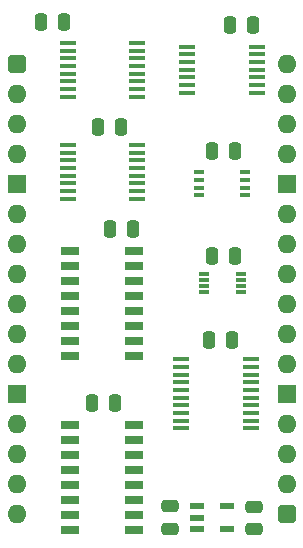
<source format=gbr>
%TF.GenerationSoftware,KiCad,Pcbnew,7.0.5*%
%TF.CreationDate,2023-12-18T07:09:22+02:00*%
%TF.ProjectId,PS2 FIFO,50533220-4649-4464-9f2e-6b696361645f,rev?*%
%TF.SameCoordinates,Original*%
%TF.FileFunction,Soldermask,Top*%
%TF.FilePolarity,Negative*%
%FSLAX46Y46*%
G04 Gerber Fmt 4.6, Leading zero omitted, Abs format (unit mm)*
G04 Created by KiCad (PCBNEW 7.0.5) date 2023-12-18 07:09:22*
%MOMM*%
%LPD*%
G01*
G04 APERTURE LIST*
G04 Aperture macros list*
%AMRoundRect*
0 Rectangle with rounded corners*
0 $1 Rounding radius*
0 $2 $3 $4 $5 $6 $7 $8 $9 X,Y pos of 4 corners*
0 Add a 4 corners polygon primitive as box body*
4,1,4,$2,$3,$4,$5,$6,$7,$8,$9,$2,$3,0*
0 Add four circle primitives for the rounded corners*
1,1,$1+$1,$2,$3*
1,1,$1+$1,$4,$5*
1,1,$1+$1,$6,$7*
1,1,$1+$1,$8,$9*
0 Add four rect primitives between the rounded corners*
20,1,$1+$1,$2,$3,$4,$5,0*
20,1,$1+$1,$4,$5,$6,$7,0*
20,1,$1+$1,$6,$7,$8,$9,0*
20,1,$1+$1,$8,$9,$2,$3,0*%
G04 Aperture macros list end*
%ADD10RoundRect,0.250000X0.475000X-0.250000X0.475000X0.250000X-0.475000X0.250000X-0.475000X-0.250000X0*%
%ADD11RoundRect,0.250000X0.250000X0.475000X-0.250000X0.475000X-0.250000X-0.475000X0.250000X-0.475000X0*%
%ADD12R,1.550000X0.650000*%
%ADD13R,0.850000X0.300000*%
%ADD14R,1.450000X0.450000*%
%ADD15RoundRect,0.400000X-0.400000X-0.400000X0.400000X-0.400000X0.400000X0.400000X-0.400000X0.400000X0*%
%ADD16O,1.600000X1.600000*%
%ADD17R,1.600000X1.600000*%
%ADD18R,0.950000X0.450000*%
%ADD19R,1.475000X0.450000*%
%ADD20RoundRect,0.250000X-0.475000X0.250000X-0.475000X-0.250000X0.475000X-0.250000X0.475000X0.250000X0*%
%ADD21R,1.150000X0.600000*%
G04 APERTURE END LIST*
D10*
%TO.C,C1*%
X127284000Y-92699000D03*
X127284000Y-90799000D03*
%TD*%
D11*
%TO.C,C9*%
X124124000Y-67310000D03*
X122224000Y-67310000D03*
%TD*%
%TO.C,C4*%
X132760000Y-60706000D03*
X130860000Y-60706000D03*
%TD*%
D12*
%TO.C,IC6*%
X118810000Y-83947000D03*
X118810000Y-85217000D03*
X118810000Y-86487000D03*
X118810000Y-87757000D03*
X118810000Y-89027000D03*
X118810000Y-90297000D03*
X118810000Y-91567000D03*
X118810000Y-92837000D03*
X124260000Y-92837000D03*
X124260000Y-91567000D03*
X124260000Y-90297000D03*
X124260000Y-89027000D03*
X124260000Y-87757000D03*
X124260000Y-86487000D03*
X124260000Y-85217000D03*
X124260000Y-83947000D03*
%TD*%
D11*
%TO.C,C6*%
X123108000Y-58674000D03*
X121208000Y-58674000D03*
%TD*%
D13*
%TO.C,IC10*%
X130120000Y-71132000D03*
X130120000Y-71632000D03*
X130120000Y-72132000D03*
X130120000Y-72632000D03*
X133270000Y-72632000D03*
X133270000Y-72132000D03*
X133270000Y-71632000D03*
X133270000Y-71132000D03*
%TD*%
D14*
%TO.C,IC9*%
X118610000Y-60209000D03*
X118610000Y-60859000D03*
X118610000Y-61509000D03*
X118610000Y-62159000D03*
X118610000Y-62809000D03*
X118610000Y-63459000D03*
X118610000Y-64109000D03*
X118610000Y-64759000D03*
X124460000Y-64759000D03*
X124460000Y-64109000D03*
X124460000Y-63459000D03*
X124460000Y-62809000D03*
X124460000Y-62159000D03*
X124460000Y-61509000D03*
X124460000Y-60859000D03*
X124460000Y-60209000D03*
%TD*%
D11*
%TO.C,C10*%
X122600000Y-82042000D03*
X120700000Y-82042000D03*
%TD*%
D15*
%TO.C,J1*%
X114300000Y-53340000D03*
D16*
X114300000Y-55880000D03*
X114300000Y-58420000D03*
X114300000Y-60960000D03*
D17*
X114300000Y-63500000D03*
D16*
X114300000Y-66040000D03*
X114300000Y-68580000D03*
X114300000Y-71120000D03*
X114300000Y-73660000D03*
X114300000Y-76200000D03*
X114300000Y-78740000D03*
D17*
X114300000Y-81280000D03*
D16*
X114300000Y-83820000D03*
X114300000Y-86360000D03*
X114300000Y-88900000D03*
X114300000Y-91440000D03*
D15*
X137160000Y-91440000D03*
D16*
X137160000Y-88900000D03*
X137160000Y-86360000D03*
X137160000Y-83820000D03*
D17*
X137160000Y-81280000D03*
D16*
X137160000Y-78740000D03*
X137160000Y-76200000D03*
X137160000Y-73660000D03*
X137160000Y-71120000D03*
X137160000Y-68580000D03*
X137160000Y-66040000D03*
D17*
X137160000Y-63500000D03*
D16*
X137160000Y-60960000D03*
X137160000Y-58420000D03*
X137160000Y-55880000D03*
X137160000Y-53340000D03*
%TD*%
D11*
%TO.C,C7*%
X132760000Y-69596000D03*
X130860000Y-69596000D03*
%TD*%
D18*
%TO.C,IC7*%
X129720000Y-62525000D03*
X129720000Y-63175000D03*
X129720000Y-63825000D03*
X129720000Y-64475000D03*
X133670000Y-64475000D03*
X133670000Y-63825000D03*
X133670000Y-63175000D03*
X133670000Y-62525000D03*
%TD*%
D19*
%TO.C,IC3*%
X128757000Y-51898000D03*
X128757000Y-52548000D03*
X128757000Y-53198000D03*
X128757000Y-53848000D03*
X128757000Y-54498000D03*
X128757000Y-55148000D03*
X128757000Y-55798000D03*
X134633000Y-55798000D03*
X134633000Y-55148000D03*
X134633000Y-54498000D03*
X134633000Y-53848000D03*
X134633000Y-53198000D03*
X134633000Y-52548000D03*
X134633000Y-51898000D03*
%TD*%
D11*
%TO.C,C8*%
X132506000Y-76708000D03*
X130606000Y-76708000D03*
%TD*%
D20*
%TO.C,C2*%
X134396000Y-90831000D03*
X134396000Y-92731000D03*
%TD*%
D11*
%TO.C,C5*%
X134284000Y-50038000D03*
X132384000Y-50038000D03*
%TD*%
D14*
%TO.C,IC5*%
X118610000Y-51573000D03*
X118610000Y-52223000D03*
X118610000Y-52873000D03*
X118610000Y-53523000D03*
X118610000Y-54173000D03*
X118610000Y-54823000D03*
X118610000Y-55473000D03*
X118610000Y-56123000D03*
X124460000Y-56123000D03*
X124460000Y-55473000D03*
X124460000Y-54823000D03*
X124460000Y-54173000D03*
X124460000Y-53523000D03*
X124460000Y-52873000D03*
X124460000Y-52223000D03*
X124460000Y-51573000D03*
%TD*%
D12*
%TO.C,IC2*%
X118810000Y-69215000D03*
X118810000Y-70485000D03*
X118810000Y-71755000D03*
X118810000Y-73025000D03*
X118810000Y-74295000D03*
X118810000Y-75565000D03*
X118810000Y-76835000D03*
X118810000Y-78105000D03*
X124260000Y-78105000D03*
X124260000Y-76835000D03*
X124260000Y-75565000D03*
X124260000Y-74295000D03*
X124260000Y-73025000D03*
X124260000Y-71755000D03*
X124260000Y-70485000D03*
X124260000Y-69215000D03*
%TD*%
D19*
%TO.C,IC8*%
X128249000Y-78355000D03*
X128249000Y-79005000D03*
X128249000Y-79655000D03*
X128249000Y-80305000D03*
X128249000Y-80955000D03*
X128249000Y-81605000D03*
X128249000Y-82255000D03*
X128249000Y-82905000D03*
X128249000Y-83555000D03*
X128249000Y-84205000D03*
X134125000Y-84205000D03*
X134125000Y-83555000D03*
X134125000Y-82905000D03*
X134125000Y-82255000D03*
X134125000Y-81605000D03*
X134125000Y-80955000D03*
X134125000Y-80305000D03*
X134125000Y-79655000D03*
X134125000Y-79005000D03*
X134125000Y-78355000D03*
%TD*%
D11*
%TO.C,C3*%
X118282000Y-49784000D03*
X116382000Y-49784000D03*
%TD*%
D21*
%TO.C,IC1*%
X129540000Y-90815000D03*
X129540000Y-91765000D03*
X129540000Y-92715000D03*
X132140000Y-92715000D03*
X132140000Y-90815000D03*
%TD*%
M02*

</source>
